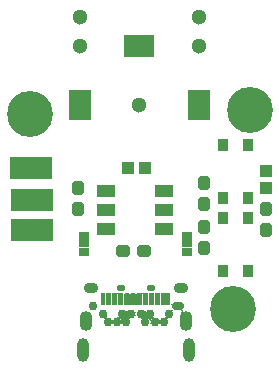
<source format=gbr>
%TF.GenerationSoftware,KiCad,Pcbnew,(7.0.0)*%
%TF.CreationDate,2023-10-08T10:18:40-07:00*%
%TF.ProjectId,Dot-LED,446f742d-4c45-4442-9e6b-696361645f70,rev?*%
%TF.SameCoordinates,Original*%
%TF.FileFunction,Soldermask,Top*%
%TF.FilePolarity,Negative*%
%FSLAX46Y46*%
G04 Gerber Fmt 4.6, Leading zero omitted, Abs format (unit mm)*
G04 Created by KiCad (PCBNEW (7.0.0)) date 2023-10-08 10:18:40*
%MOMM*%
%LPD*%
G01*
G04 APERTURE LIST*
G04 Aperture macros list*
%AMRoundRect*
0 Rectangle with rounded corners*
0 $1 Rounding radius*
0 $2 $3 $4 $5 $6 $7 $8 $9 X,Y pos of 4 corners*
0 Add a 4 corners polygon primitive as box body*
4,1,4,$2,$3,$4,$5,$6,$7,$8,$9,$2,$3,0*
0 Add four circle primitives for the rounded corners*
1,1,$1+$1,$2,$3*
1,1,$1+$1,$4,$5*
1,1,$1+$1,$6,$7*
1,1,$1+$1,$8,$9*
0 Add four rect primitives between the rounded corners*
20,1,$1+$1,$2,$3,$4,$5,0*
20,1,$1+$1,$4,$5,$6,$7,0*
20,1,$1+$1,$6,$7,$8,$9,0*
20,1,$1+$1,$8,$9,$2,$3,0*%
G04 Aperture macros list end*
%ADD10RoundRect,0.287500X0.237500X-0.300000X0.237500X0.300000X-0.237500X0.300000X-0.237500X-0.300000X0*%
%ADD11RoundRect,0.050000X-0.350000X-0.500000X0.350000X-0.500000X0.350000X0.500000X-0.350000X0.500000X0*%
%ADD12C,3.890000*%
%ADD13RoundRect,0.050000X-0.400000X-0.525000X0.400000X-0.525000X0.400000X0.525000X-0.400000X0.525000X0*%
%ADD14RoundRect,0.050000X-0.400000X0.325000X-0.400000X-0.325000X0.400000X-0.325000X0.400000X0.325000X0*%
%ADD15C,1.300000*%
%ADD16RoundRect,0.050000X-1.250000X0.900000X-1.250000X-0.900000X1.250000X-0.900000X1.250000X0.900000X0*%
%ADD17RoundRect,0.050000X-0.900000X1.250000X-0.900000X-1.250000X0.900000X-1.250000X0.900000X1.250000X0*%
%ADD18RoundRect,0.050000X-1.700000X-0.900000X1.700000X-0.900000X1.700000X0.900000X-1.700000X0.900000X0*%
%ADD19C,0.750000*%
%ADD20RoundRect,0.050000X-0.250000X-0.200000X0.250000X-0.200000X0.250000X0.200000X-0.250000X0.200000X0*%
%ADD21O,1.050000X0.750000*%
%ADD22RoundRect,0.050000X-0.150000X-0.450000X0.150000X-0.450000X0.150000X0.450000X-0.150000X0.450000X0*%
%ADD23O,1.000000X2.000000*%
%ADD24O,1.100000X1.700000*%
%ADD25O,1.250000X0.900000*%
%ADD26RoundRect,0.050000X0.450000X0.500000X-0.450000X0.500000X-0.450000X-0.500000X0.450000X-0.500000X0*%
%ADD27RoundRect,0.050000X0.500000X-0.450000X0.500000X0.450000X-0.500000X0.450000X-0.500000X-0.450000X0*%
%ADD28RoundRect,0.287500X-0.237500X0.300000X-0.237500X-0.300000X0.237500X-0.300000X0.237500X0.300000X0*%
%ADD29RoundRect,0.287500X0.300000X0.237500X-0.300000X0.237500X-0.300000X-0.237500X0.300000X-0.237500X0*%
%ADD30RoundRect,0.050000X-0.750000X-0.500000X0.750000X-0.500000X0.750000X0.500000X-0.750000X0.500000X0*%
G04 APERTURE END LIST*
D10*
%TO.C,C12*%
X121850000Y-56562500D03*
X121850000Y-54837500D03*
%TD*%
D11*
%TO.C,S2*%
X136275000Y-51200000D03*
X136275000Y-55700000D03*
X134125000Y-51200000D03*
X134125000Y-55700000D03*
%TD*%
D12*
%TO.C,RX1*%
X136400000Y-48250000D03*
%TD*%
D10*
%TO.C,C13*%
X132500000Y-56162500D03*
X132500000Y-54437500D03*
%TD*%
%TO.C,C9*%
X137800000Y-58362500D03*
X137800000Y-56637500D03*
%TD*%
D11*
%TO.C,S1*%
X136275000Y-57350000D03*
X136275000Y-61850000D03*
X134125000Y-57350000D03*
X134125000Y-61850000D03*
%TD*%
D13*
%TO.C,D2*%
X122350000Y-59175000D03*
D14*
X122350000Y-60225000D03*
%TD*%
D15*
%TO.C,CON1*%
X132050000Y-40300000D03*
X122050000Y-40300000D03*
X132050000Y-42800000D03*
X122050000Y-42800000D03*
X127050000Y-47800000D03*
D16*
X127050000Y-42800000D03*
D17*
X122050000Y-47800000D03*
X132050000Y-47800000D03*
%TD*%
D18*
%TO.C,GND1*%
X117900000Y-53150000D03*
%TD*%
D19*
%TO.C,P1*%
X123150000Y-64800000D03*
D20*
X125500000Y-63250000D03*
X128000000Y-63250000D03*
D21*
X130349999Y-64799999D03*
D22*
X124000000Y-64230000D03*
X124500000Y-64230000D03*
X125000000Y-64230000D03*
X125500000Y-64230000D03*
X126000000Y-64230000D03*
X126500000Y-64230000D03*
X127000000Y-64230000D03*
X127500000Y-64230000D03*
X128000000Y-64230000D03*
X128500000Y-64230000D03*
X129000000Y-64230000D03*
X129500000Y-64230000D03*
D19*
X129550000Y-65450000D03*
X129150000Y-66150000D03*
X128350000Y-66150000D03*
X127950000Y-65450000D03*
X127550000Y-66150000D03*
X127150000Y-65450000D03*
X126350000Y-65450000D03*
X125950000Y-66150000D03*
X125550000Y-65450000D03*
X125150000Y-66150000D03*
X124350000Y-66150000D03*
X123950000Y-65450000D03*
D23*
X122249999Y-68564999D03*
D24*
X122529999Y-66049999D03*
D25*
X122904999Y-63249999D03*
X130594999Y-63249999D03*
D24*
X130969999Y-66049999D03*
D23*
X131249999Y-68564999D03*
%TD*%
D12*
%TO.C,GND2*%
X135000000Y-65050000D03*
%TD*%
D26*
%TO.C,R1*%
X127550000Y-53100000D03*
X126050000Y-53100000D03*
%TD*%
D18*
%TO.C,VCC1*%
X117950000Y-58350000D03*
%TD*%
D27*
%TO.C,R2*%
X137800000Y-54850000D03*
X137800000Y-53350000D03*
%TD*%
D18*
%TO.C,Data1*%
X117950000Y-55800000D03*
%TD*%
D28*
%TO.C,C8*%
X132550000Y-58137500D03*
X132550000Y-59862500D03*
%TD*%
D29*
%TO.C,C17*%
X127412500Y-60150000D03*
X125687500Y-60150000D03*
%TD*%
D30*
%TO.C,D4*%
X124200000Y-55050000D03*
X124200000Y-56650000D03*
X124200000Y-58250000D03*
X129100000Y-58250000D03*
X129100000Y-56650000D03*
X129100000Y-55050000D03*
%TD*%
D12*
%TO.C,TX1*%
X117750000Y-48550000D03*
%TD*%
D13*
%TO.C,D1*%
X131050000Y-59175000D03*
D14*
X131050000Y-60225000D03*
%TD*%
G36*
X128841847Y-65941450D02*
G01*
X128841869Y-65943308D01*
X128795279Y-66034745D01*
X128777024Y-66150000D01*
X128795279Y-66265254D01*
X128841869Y-66356691D01*
X128841847Y-66358549D01*
X128840306Y-66359587D01*
X128838576Y-66358909D01*
X128825777Y-66344138D01*
X128824433Y-66345303D01*
X128822981Y-66345786D01*
X128821612Y-66345101D01*
X128802938Y-66323547D01*
X128749999Y-66308002D01*
X128697061Y-66323547D01*
X128678387Y-66345101D01*
X128677018Y-66345786D01*
X128675565Y-66345303D01*
X128674222Y-66344139D01*
X128661424Y-66358909D01*
X128659694Y-66359587D01*
X128658153Y-66358549D01*
X128658131Y-66356691D01*
X128704720Y-66265254D01*
X128722975Y-66150000D01*
X128704720Y-66034745D01*
X128658130Y-65943308D01*
X128658152Y-65941450D01*
X128659693Y-65940412D01*
X128661423Y-65941090D01*
X128674222Y-65955860D01*
X128675563Y-65954699D01*
X128677015Y-65954215D01*
X128678384Y-65954900D01*
X128697077Y-65976462D01*
X128750000Y-65991996D01*
X128802922Y-65976462D01*
X128821615Y-65954900D01*
X128822984Y-65954215D01*
X128824436Y-65954698D01*
X128825777Y-65955860D01*
X128838575Y-65941090D01*
X128840306Y-65940412D01*
X128841847Y-65941450D01*
G37*
G36*
X127641847Y-65241450D02*
G01*
X127641869Y-65243308D01*
X127595279Y-65334745D01*
X127577024Y-65449999D01*
X127595279Y-65565254D01*
X127648257Y-65669229D01*
X127730770Y-65751742D01*
X127834745Y-65804720D01*
X127950000Y-65822975D01*
X128065254Y-65804720D01*
X128169229Y-65751742D01*
X128251742Y-65669229D01*
X128279523Y-65614706D01*
X128281172Y-65613618D01*
X128282951Y-65614477D01*
X128283124Y-65616445D01*
X128272871Y-65638897D01*
X128264225Y-65686821D01*
X128279523Y-65732784D01*
X128314976Y-65765791D01*
X128346155Y-65773749D01*
X128347495Y-65774891D01*
X128347413Y-65776650D01*
X128345973Y-65777662D01*
X128234745Y-65795279D01*
X128130770Y-65848257D01*
X128048257Y-65930770D01*
X127995279Y-66034745D01*
X127977024Y-66150000D01*
X127995279Y-66265254D01*
X128041869Y-66356691D01*
X128041847Y-66358549D01*
X128040306Y-66359587D01*
X128038576Y-66358909D01*
X128025777Y-66344138D01*
X128024433Y-66345303D01*
X128022981Y-66345786D01*
X128021612Y-66345101D01*
X128002938Y-66323547D01*
X127949999Y-66308002D01*
X127897061Y-66323547D01*
X127878387Y-66345101D01*
X127877018Y-66345786D01*
X127875565Y-66345303D01*
X127874222Y-66344139D01*
X127861424Y-66358909D01*
X127859694Y-66359587D01*
X127858153Y-66358549D01*
X127858131Y-66356691D01*
X127904720Y-66265254D01*
X127922975Y-66150000D01*
X127904720Y-66034745D01*
X127851742Y-65930770D01*
X127769229Y-65848257D01*
X127665254Y-65795279D01*
X127549999Y-65777024D01*
X127434745Y-65795279D01*
X127330770Y-65848257D01*
X127248257Y-65930770D01*
X127220472Y-65985301D01*
X127218823Y-65986389D01*
X127217044Y-65985530D01*
X127216871Y-65983562D01*
X127227128Y-65961102D01*
X127235774Y-65913178D01*
X127220476Y-65867215D01*
X127185023Y-65834208D01*
X127153844Y-65826250D01*
X127152504Y-65825108D01*
X127152586Y-65823349D01*
X127154026Y-65822337D01*
X127265254Y-65804720D01*
X127369229Y-65751742D01*
X127451742Y-65669229D01*
X127504720Y-65565254D01*
X127522975Y-65449999D01*
X127504720Y-65334745D01*
X127458130Y-65243308D01*
X127458152Y-65241450D01*
X127459693Y-65240412D01*
X127461423Y-65241090D01*
X127474222Y-65255860D01*
X127475563Y-65254699D01*
X127477015Y-65254215D01*
X127478384Y-65254900D01*
X127497077Y-65276462D01*
X127550000Y-65291996D01*
X127602922Y-65276462D01*
X127621615Y-65254900D01*
X127622984Y-65254215D01*
X127624436Y-65254698D01*
X127625777Y-65255860D01*
X127638575Y-65241090D01*
X127640306Y-65240412D01*
X127641847Y-65241450D01*
G37*
G36*
X126041847Y-65241450D02*
G01*
X126041869Y-65243308D01*
X125995279Y-65334745D01*
X125977024Y-65449999D01*
X125995279Y-65565254D01*
X126048257Y-65669229D01*
X126130770Y-65751742D01*
X126234745Y-65804720D01*
X126345973Y-65822337D01*
X126347413Y-65823349D01*
X126347495Y-65825108D01*
X126346155Y-65826250D01*
X126314976Y-65834208D01*
X126279523Y-65867215D01*
X126264225Y-65913178D01*
X126272871Y-65961102D01*
X126283125Y-65983557D01*
X126282952Y-65985525D01*
X126281173Y-65986384D01*
X126279524Y-65985296D01*
X126251742Y-65930770D01*
X126169229Y-65848257D01*
X126065254Y-65795279D01*
X125949999Y-65777024D01*
X125834745Y-65795279D01*
X125730770Y-65848257D01*
X125648257Y-65930770D01*
X125595279Y-66034745D01*
X125577024Y-66150000D01*
X125595279Y-66265254D01*
X125641869Y-66356691D01*
X125641847Y-66358549D01*
X125640306Y-66359587D01*
X125638576Y-66358909D01*
X125625777Y-66344138D01*
X125624433Y-66345303D01*
X125622981Y-66345786D01*
X125621612Y-66345101D01*
X125602938Y-66323547D01*
X125549999Y-66308002D01*
X125497061Y-66323547D01*
X125478387Y-66345101D01*
X125477018Y-66345786D01*
X125475565Y-66345303D01*
X125474222Y-66344139D01*
X125461424Y-66358909D01*
X125459694Y-66359587D01*
X125458153Y-66358549D01*
X125458131Y-66356691D01*
X125504720Y-66265254D01*
X125522975Y-66150000D01*
X125504720Y-66034745D01*
X125451742Y-65930770D01*
X125369229Y-65848257D01*
X125265254Y-65795279D01*
X125154026Y-65777662D01*
X125152586Y-65776650D01*
X125152504Y-65774891D01*
X125153844Y-65773749D01*
X125185023Y-65765791D01*
X125220476Y-65732784D01*
X125235774Y-65686821D01*
X125227128Y-65638897D01*
X125216872Y-65616440D01*
X125217045Y-65614472D01*
X125218824Y-65613613D01*
X125220473Y-65614701D01*
X125248257Y-65669229D01*
X125330770Y-65751742D01*
X125434745Y-65804720D01*
X125550000Y-65822975D01*
X125665254Y-65804720D01*
X125769229Y-65751742D01*
X125851742Y-65669229D01*
X125904720Y-65565254D01*
X125922975Y-65449999D01*
X125904720Y-65334745D01*
X125858130Y-65243308D01*
X125858152Y-65241450D01*
X125859693Y-65240412D01*
X125861423Y-65241090D01*
X125874222Y-65255860D01*
X125875563Y-65254699D01*
X125877015Y-65254215D01*
X125878384Y-65254900D01*
X125897077Y-65276462D01*
X125950000Y-65291996D01*
X126002922Y-65276462D01*
X126021615Y-65254900D01*
X126022984Y-65254215D01*
X126024436Y-65254698D01*
X126025777Y-65255860D01*
X126038575Y-65241090D01*
X126040306Y-65240412D01*
X126041847Y-65241450D01*
G37*
G36*
X124841847Y-65941450D02*
G01*
X124841869Y-65943308D01*
X124795279Y-66034745D01*
X124777024Y-66150000D01*
X124795279Y-66265254D01*
X124841869Y-66356691D01*
X124841847Y-66358549D01*
X124840306Y-66359587D01*
X124838576Y-66358909D01*
X124825777Y-66344138D01*
X124824433Y-66345303D01*
X124822981Y-66345786D01*
X124821612Y-66345101D01*
X124802938Y-66323547D01*
X124749999Y-66308002D01*
X124697061Y-66323547D01*
X124678387Y-66345101D01*
X124677018Y-66345786D01*
X124675565Y-66345303D01*
X124674222Y-66344139D01*
X124661424Y-66358909D01*
X124659694Y-66359587D01*
X124658153Y-66358549D01*
X124658131Y-66356691D01*
X124704720Y-66265254D01*
X124722975Y-66150000D01*
X124704720Y-66034745D01*
X124658130Y-65943308D01*
X124658152Y-65941450D01*
X124659693Y-65940412D01*
X124661423Y-65941090D01*
X124674222Y-65955860D01*
X124675563Y-65954699D01*
X124677015Y-65954215D01*
X124678384Y-65954900D01*
X124697077Y-65976462D01*
X124750000Y-65991996D01*
X124802922Y-65976462D01*
X124821615Y-65954900D01*
X124822984Y-65954215D01*
X124824436Y-65954698D01*
X124825777Y-65955860D01*
X124838575Y-65941090D01*
X124840306Y-65940412D01*
X124841847Y-65941450D01*
G37*
G36*
X124282951Y-65614477D02*
G01*
X124283124Y-65616445D01*
X124272871Y-65638897D01*
X124264225Y-65686821D01*
X124279523Y-65732784D01*
X124314976Y-65765791D01*
X124346155Y-65773749D01*
X124347495Y-65774891D01*
X124347413Y-65776650D01*
X124345973Y-65777662D01*
X124234745Y-65795279D01*
X124130770Y-65848257D01*
X124048257Y-65930770D01*
X124020472Y-65985301D01*
X124018823Y-65986389D01*
X124017044Y-65985530D01*
X124016871Y-65983562D01*
X124027128Y-65961102D01*
X124035774Y-65913178D01*
X124020476Y-65867215D01*
X123985023Y-65834208D01*
X123953844Y-65826250D01*
X123952504Y-65825108D01*
X123952586Y-65823349D01*
X123954026Y-65822337D01*
X124065254Y-65804720D01*
X124169229Y-65751742D01*
X124251742Y-65669229D01*
X124279523Y-65614706D01*
X124281172Y-65613618D01*
X124282951Y-65614477D01*
G37*
G36*
X129220473Y-65614701D02*
G01*
X129248257Y-65669229D01*
X129330770Y-65751742D01*
X129434745Y-65804720D01*
X129545973Y-65822337D01*
X129547413Y-65823349D01*
X129547495Y-65825108D01*
X129546155Y-65826250D01*
X129514976Y-65834208D01*
X129479523Y-65867215D01*
X129464225Y-65913178D01*
X129472871Y-65961102D01*
X129483125Y-65983557D01*
X129482952Y-65985525D01*
X129481173Y-65986384D01*
X129479524Y-65985296D01*
X129451742Y-65930770D01*
X129369229Y-65848257D01*
X129265254Y-65795279D01*
X129154026Y-65777662D01*
X129152586Y-65776650D01*
X129152504Y-65774891D01*
X129153844Y-65773749D01*
X129185023Y-65765791D01*
X129220476Y-65732784D01*
X129235774Y-65686821D01*
X129227128Y-65638897D01*
X129216872Y-65616440D01*
X129217045Y-65614472D01*
X129218824Y-65613613D01*
X129220473Y-65614701D01*
G37*
G36*
X126841847Y-65241450D02*
G01*
X126841869Y-65243308D01*
X126795279Y-65334745D01*
X126777024Y-65449999D01*
X126795279Y-65565254D01*
X126841869Y-65656691D01*
X126841847Y-65658549D01*
X126840306Y-65659587D01*
X126838576Y-65658909D01*
X126825777Y-65644138D01*
X126824433Y-65645303D01*
X126822981Y-65645786D01*
X126821612Y-65645101D01*
X126802938Y-65623547D01*
X126750000Y-65608002D01*
X126697061Y-65623547D01*
X126678387Y-65645101D01*
X126677018Y-65645786D01*
X126675565Y-65645303D01*
X126674222Y-65644139D01*
X126661424Y-65658909D01*
X126659694Y-65659587D01*
X126658153Y-65658549D01*
X126658131Y-65656691D01*
X126704720Y-65565254D01*
X126722975Y-65449999D01*
X126704720Y-65334745D01*
X126658130Y-65243308D01*
X126658152Y-65241450D01*
X126659693Y-65240412D01*
X126661423Y-65241090D01*
X126674222Y-65255860D01*
X126675563Y-65254699D01*
X126677015Y-65254215D01*
X126678384Y-65254900D01*
X126697077Y-65276462D01*
X126750000Y-65291996D01*
X126802922Y-65276462D01*
X126821615Y-65254900D01*
X126822984Y-65254215D01*
X126824436Y-65254698D01*
X126825777Y-65255860D01*
X126838575Y-65241090D01*
X126840306Y-65240412D01*
X126841847Y-65241450D01*
G37*
G36*
X130796764Y-65024932D02*
G01*
X130796620Y-65026826D01*
X130776835Y-65057611D01*
X130761226Y-65108867D01*
X130774701Y-65160429D01*
X130813184Y-65197298D01*
X130865557Y-65208614D01*
X130896953Y-65206639D01*
X130898691Y-65207451D01*
X130898946Y-65209351D01*
X130897486Y-65210593D01*
X130786493Y-65233657D01*
X130653990Y-65302316D01*
X130586422Y-65365419D01*
X130584516Y-65365882D01*
X130583130Y-65364493D01*
X130583599Y-65362588D01*
X130607546Y-65337088D01*
X130633302Y-65283154D01*
X130623165Y-65224582D01*
X130581014Y-65182673D01*
X130523311Y-65173027D01*
X130521856Y-65171957D01*
X130521857Y-65170151D01*
X130523312Y-65169081D01*
X130621103Y-65152762D01*
X130729084Y-65094327D01*
X130793466Y-65024390D01*
X130795261Y-65023771D01*
X130796764Y-65024932D01*
G37*
G36*
X129870931Y-64968938D02*
G01*
X129925596Y-65052608D01*
X130009154Y-65117645D01*
X130009922Y-65119343D01*
X130008956Y-65120937D01*
X130007095Y-65121042D01*
X129995960Y-65115956D01*
X129937590Y-65108625D01*
X129885744Y-65135744D01*
X129858625Y-65187590D01*
X129865956Y-65245960D01*
X129883132Y-65283570D01*
X129882959Y-65285538D01*
X129881180Y-65286397D01*
X129879531Y-65285309D01*
X129851742Y-65230770D01*
X129769229Y-65148257D01*
X129762106Y-65144627D01*
X129761026Y-65143063D01*
X129761741Y-65141303D01*
X129763605Y-65140934D01*
X129802186Y-65152863D01*
X129853133Y-65140247D01*
X129890247Y-65103133D01*
X129902863Y-65052186D01*
X129887275Y-65001769D01*
X129867574Y-64971113D01*
X129867477Y-64969120D01*
X129869152Y-64968035D01*
X129870931Y-64968938D01*
G37*
G36*
X129701934Y-64552267D02*
G01*
X129714724Y-64600925D01*
X129749425Y-64636634D01*
X129797199Y-64650661D01*
X129845699Y-64639384D01*
X129877250Y-64610428D01*
X129878933Y-64609929D01*
X129880361Y-64610950D01*
X129880434Y-64612704D01*
X129838440Y-64708442D01*
X129830838Y-64800180D01*
X129829905Y-64801711D01*
X129828120Y-64801879D01*
X129826917Y-64800548D01*
X129813827Y-64753248D01*
X129775995Y-64717229D01*
X129725031Y-64705784D01*
X129681746Y-64720084D01*
X129679928Y-64719791D01*
X129679120Y-64718136D01*
X129680008Y-64716522D01*
X129683913Y-64713913D01*
X129694309Y-64698354D01*
X129698000Y-64679801D01*
X129698000Y-64552775D01*
X129698855Y-64551135D01*
X129700690Y-64550898D01*
X129701934Y-64552267D01*
G37*
G36*
X129313750Y-63748174D02*
G01*
X129313519Y-63749928D01*
X129305690Y-63761645D01*
X129302000Y-63780199D01*
X129302000Y-64679801D01*
X129305690Y-64698354D01*
X129313517Y-64710068D01*
X129313748Y-64711822D01*
X129312497Y-64713073D01*
X129310743Y-64712842D01*
X129304694Y-64708800D01*
X129250000Y-64692208D01*
X129195305Y-64708800D01*
X129189256Y-64712842D01*
X129187502Y-64713073D01*
X129186251Y-64711822D01*
X129186482Y-64710068D01*
X129194309Y-64698354D01*
X129198000Y-64679801D01*
X129198000Y-63780199D01*
X129194309Y-63761645D01*
X129186480Y-63749928D01*
X129186249Y-63748174D01*
X129187500Y-63746923D01*
X129189254Y-63747154D01*
X129195307Y-63751199D01*
X129250000Y-63767790D01*
X129304692Y-63751199D01*
X129310745Y-63747154D01*
X129312499Y-63746923D01*
X129313750Y-63748174D01*
G37*
G36*
X128813750Y-63748174D02*
G01*
X128813519Y-63749928D01*
X128805690Y-63761645D01*
X128802000Y-63780199D01*
X128802000Y-64679801D01*
X128805690Y-64698354D01*
X128813517Y-64710068D01*
X128813748Y-64711822D01*
X128812497Y-64713073D01*
X128810743Y-64712842D01*
X128804694Y-64708800D01*
X128750000Y-64692208D01*
X128695305Y-64708800D01*
X128689256Y-64712842D01*
X128687502Y-64713073D01*
X128686251Y-64711822D01*
X128686482Y-64710068D01*
X128694309Y-64698354D01*
X128698000Y-64679801D01*
X128698000Y-63780199D01*
X128694309Y-63761645D01*
X128686480Y-63749928D01*
X128686249Y-63748174D01*
X128687500Y-63746923D01*
X128689254Y-63747154D01*
X128695307Y-63751199D01*
X128750000Y-63767790D01*
X128804692Y-63751199D01*
X128810745Y-63747154D01*
X128812499Y-63746923D01*
X128813750Y-63748174D01*
G37*
G36*
X128313750Y-63748174D02*
G01*
X128313519Y-63749928D01*
X128305690Y-63761645D01*
X128302000Y-63780199D01*
X128302000Y-64679801D01*
X128305690Y-64698354D01*
X128313517Y-64710068D01*
X128313748Y-64711822D01*
X128312497Y-64713073D01*
X128310743Y-64712842D01*
X128304694Y-64708800D01*
X128250000Y-64692208D01*
X128195305Y-64708800D01*
X128189256Y-64712842D01*
X128187502Y-64713073D01*
X128186251Y-64711822D01*
X128186482Y-64710068D01*
X128194309Y-64698354D01*
X128198000Y-64679801D01*
X128198000Y-63780199D01*
X128194309Y-63761645D01*
X128186480Y-63749928D01*
X128186249Y-63748174D01*
X128187500Y-63746923D01*
X128189254Y-63747154D01*
X128195307Y-63751199D01*
X128250000Y-63767790D01*
X128304692Y-63751199D01*
X128310745Y-63747154D01*
X128312499Y-63746923D01*
X128313750Y-63748174D01*
G37*
G36*
X127813750Y-63748174D02*
G01*
X127813519Y-63749928D01*
X127805690Y-63761645D01*
X127802000Y-63780199D01*
X127802000Y-64679801D01*
X127805690Y-64698354D01*
X127813517Y-64710068D01*
X127813748Y-64711822D01*
X127812497Y-64713073D01*
X127810743Y-64712842D01*
X127804694Y-64708800D01*
X127750000Y-64692208D01*
X127695305Y-64708800D01*
X127689256Y-64712842D01*
X127687502Y-64713073D01*
X127686251Y-64711822D01*
X127686482Y-64710068D01*
X127694309Y-64698354D01*
X127698000Y-64679801D01*
X127698000Y-63780199D01*
X127694309Y-63761645D01*
X127686480Y-63749928D01*
X127686249Y-63748174D01*
X127687500Y-63746923D01*
X127689254Y-63747154D01*
X127695307Y-63751199D01*
X127750000Y-63767790D01*
X127804692Y-63751199D01*
X127810745Y-63747154D01*
X127812499Y-63746923D01*
X127813750Y-63748174D01*
G37*
G36*
X127313750Y-63748174D02*
G01*
X127313519Y-63749928D01*
X127305690Y-63761645D01*
X127302000Y-63780199D01*
X127302000Y-64679801D01*
X127305690Y-64698354D01*
X127313517Y-64710068D01*
X127313748Y-64711822D01*
X127312497Y-64713073D01*
X127310743Y-64712842D01*
X127304694Y-64708800D01*
X127250000Y-64692208D01*
X127195305Y-64708800D01*
X127189256Y-64712842D01*
X127187502Y-64713073D01*
X127186251Y-64711822D01*
X127186482Y-64710068D01*
X127194309Y-64698354D01*
X127198000Y-64679801D01*
X127198000Y-63780199D01*
X127194309Y-63761645D01*
X127186480Y-63749928D01*
X127186249Y-63748174D01*
X127187500Y-63746923D01*
X127189254Y-63747154D01*
X127195307Y-63751199D01*
X127250000Y-63767790D01*
X127304692Y-63751199D01*
X127310745Y-63747154D01*
X127312499Y-63746923D01*
X127313750Y-63748174D01*
G37*
G36*
X126813750Y-63748174D02*
G01*
X126813519Y-63749928D01*
X126805690Y-63761645D01*
X126802000Y-63780199D01*
X126802000Y-64679801D01*
X126805690Y-64698354D01*
X126813517Y-64710068D01*
X126813748Y-64711822D01*
X126812497Y-64713073D01*
X126810743Y-64712842D01*
X126804694Y-64708800D01*
X126750000Y-64692208D01*
X126695305Y-64708800D01*
X126689256Y-64712842D01*
X126687502Y-64713073D01*
X126686251Y-64711822D01*
X126686482Y-64710068D01*
X126694309Y-64698354D01*
X126698000Y-64679801D01*
X126698000Y-63780199D01*
X126694309Y-63761645D01*
X126686480Y-63749928D01*
X126686249Y-63748174D01*
X126687500Y-63746923D01*
X126689254Y-63747154D01*
X126695307Y-63751199D01*
X126750000Y-63767790D01*
X126804692Y-63751199D01*
X126810745Y-63747154D01*
X126812499Y-63746923D01*
X126813750Y-63748174D01*
G37*
G36*
X126313750Y-63748174D02*
G01*
X126313519Y-63749928D01*
X126305690Y-63761645D01*
X126302000Y-63780199D01*
X126302000Y-64679801D01*
X126305690Y-64698354D01*
X126313517Y-64710068D01*
X126313748Y-64711822D01*
X126312497Y-64713073D01*
X126310743Y-64712842D01*
X126304694Y-64708800D01*
X126250000Y-64692208D01*
X126195305Y-64708800D01*
X126189256Y-64712842D01*
X126187502Y-64713073D01*
X126186251Y-64711822D01*
X126186482Y-64710068D01*
X126194309Y-64698354D01*
X126198000Y-64679801D01*
X126198000Y-63780199D01*
X126194309Y-63761645D01*
X126186480Y-63749928D01*
X126186249Y-63748174D01*
X126187500Y-63746923D01*
X126189254Y-63747154D01*
X126195307Y-63751199D01*
X126250000Y-63767790D01*
X126304692Y-63751199D01*
X126310745Y-63747154D01*
X126312499Y-63746923D01*
X126313750Y-63748174D01*
G37*
G36*
X125813750Y-63748174D02*
G01*
X125813519Y-63749928D01*
X125805690Y-63761645D01*
X125802000Y-63780199D01*
X125802000Y-64679801D01*
X125805690Y-64698354D01*
X125813517Y-64710068D01*
X125813748Y-64711822D01*
X125812497Y-64713073D01*
X125810743Y-64712842D01*
X125804694Y-64708800D01*
X125750000Y-64692208D01*
X125695305Y-64708800D01*
X125689256Y-64712842D01*
X125687502Y-64713073D01*
X125686251Y-64711822D01*
X125686482Y-64710068D01*
X125694309Y-64698354D01*
X125698000Y-64679801D01*
X125698000Y-63780199D01*
X125694309Y-63761645D01*
X125686480Y-63749928D01*
X125686249Y-63748174D01*
X125687500Y-63746923D01*
X125689254Y-63747154D01*
X125695307Y-63751199D01*
X125750000Y-63767790D01*
X125804692Y-63751199D01*
X125810745Y-63747154D01*
X125812499Y-63746923D01*
X125813750Y-63748174D01*
G37*
G36*
X125313750Y-63748174D02*
G01*
X125313519Y-63749928D01*
X125305690Y-63761645D01*
X125302000Y-63780199D01*
X125302000Y-64679801D01*
X125305690Y-64698354D01*
X125313517Y-64710068D01*
X125313748Y-64711822D01*
X125312497Y-64713073D01*
X125310743Y-64712842D01*
X125304694Y-64708800D01*
X125250000Y-64692208D01*
X125195305Y-64708800D01*
X125189256Y-64712842D01*
X125187502Y-64713073D01*
X125186251Y-64711822D01*
X125186482Y-64710068D01*
X125194309Y-64698354D01*
X125198000Y-64679801D01*
X125198000Y-63780199D01*
X125194309Y-63761645D01*
X125186480Y-63749928D01*
X125186249Y-63748174D01*
X125187500Y-63746923D01*
X125189254Y-63747154D01*
X125195307Y-63751199D01*
X125250000Y-63767790D01*
X125304692Y-63751199D01*
X125310745Y-63747154D01*
X125312499Y-63746923D01*
X125313750Y-63748174D01*
G37*
G36*
X124813750Y-63748174D02*
G01*
X124813519Y-63749928D01*
X124805690Y-63761645D01*
X124802000Y-63780199D01*
X124802000Y-64679801D01*
X124805690Y-64698354D01*
X124813517Y-64710068D01*
X124813748Y-64711822D01*
X124812497Y-64713073D01*
X124810743Y-64712842D01*
X124804694Y-64708800D01*
X124750000Y-64692208D01*
X124695305Y-64708800D01*
X124689256Y-64712842D01*
X124687502Y-64713073D01*
X124686251Y-64711822D01*
X124686482Y-64710068D01*
X124694309Y-64698354D01*
X124698000Y-64679801D01*
X124698000Y-63780199D01*
X124694309Y-63761645D01*
X124686480Y-63749928D01*
X124686249Y-63748174D01*
X124687500Y-63746923D01*
X124689254Y-63747154D01*
X124695307Y-63751199D01*
X124750000Y-63767790D01*
X124804692Y-63751199D01*
X124810745Y-63747154D01*
X124812499Y-63746923D01*
X124813750Y-63748174D01*
G37*
G36*
X124313750Y-63748174D02*
G01*
X124313519Y-63749928D01*
X124305690Y-63761645D01*
X124302000Y-63780199D01*
X124302000Y-64679801D01*
X124305690Y-64698354D01*
X124313517Y-64710068D01*
X124313748Y-64711822D01*
X124312497Y-64713073D01*
X124310743Y-64712842D01*
X124304694Y-64708800D01*
X124250000Y-64692208D01*
X124195305Y-64708800D01*
X124189256Y-64712842D01*
X124187502Y-64713073D01*
X124186251Y-64711822D01*
X124186482Y-64710068D01*
X124194309Y-64698354D01*
X124198000Y-64679801D01*
X124198000Y-63780199D01*
X124194309Y-63761645D01*
X124186480Y-63749928D01*
X124186249Y-63748174D01*
X124187500Y-63746923D01*
X124189254Y-63747154D01*
X124195307Y-63751199D01*
X124250000Y-63767790D01*
X124304692Y-63751199D01*
X124310745Y-63747154D01*
X124312499Y-63746923D01*
X124313750Y-63748174D01*
G37*
G36*
X130619931Y-59736481D02*
G01*
X130631645Y-59744309D01*
X130650199Y-59748000D01*
X131449801Y-59748000D01*
X131468354Y-59744309D01*
X131480065Y-59736483D01*
X131481819Y-59736252D01*
X131483070Y-59737503D01*
X131482839Y-59739257D01*
X131478800Y-59745303D01*
X131462208Y-59799998D01*
X131478799Y-59854692D01*
X131482842Y-59860744D01*
X131483073Y-59862498D01*
X131481822Y-59863749D01*
X131480068Y-59863518D01*
X131468354Y-59855690D01*
X131449801Y-59852000D01*
X130650199Y-59852000D01*
X130631645Y-59855690D01*
X130619928Y-59863520D01*
X130618174Y-59863751D01*
X130616923Y-59862500D01*
X130617154Y-59860746D01*
X130621200Y-59854690D01*
X130637790Y-59799998D01*
X130621199Y-59745305D01*
X130617157Y-59739255D01*
X130616926Y-59737501D01*
X130618177Y-59736250D01*
X130619931Y-59736481D01*
G37*
G36*
X121919931Y-59736481D02*
G01*
X121931645Y-59744309D01*
X121950199Y-59748000D01*
X122749801Y-59748000D01*
X122768354Y-59744309D01*
X122780065Y-59736483D01*
X122781819Y-59736252D01*
X122783070Y-59737503D01*
X122782839Y-59739257D01*
X122778800Y-59745303D01*
X122762208Y-59799998D01*
X122778799Y-59854692D01*
X122782842Y-59860744D01*
X122783073Y-59862498D01*
X122781822Y-59863749D01*
X122780068Y-59863518D01*
X122768354Y-59855690D01*
X122749801Y-59852000D01*
X121950199Y-59852000D01*
X121931645Y-59855690D01*
X121919928Y-59863520D01*
X121918174Y-59863751D01*
X121916923Y-59862500D01*
X121917154Y-59860746D01*
X121921200Y-59854690D01*
X121937790Y-59799998D01*
X121921199Y-59745305D01*
X121917157Y-59739255D01*
X121916926Y-59737501D01*
X121918177Y-59736250D01*
X121919931Y-59736481D01*
G37*
M02*

</source>
